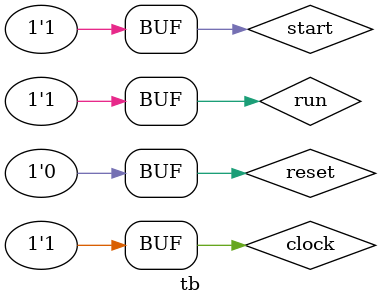
<source format=sv>
module tb;
    reg clock,reset,start,run;
    wire fail,done;
    reg [1:0] move;

    RatMaze rm(clock,reset,start,run,fail,done,move);
    initial begin
        run = 1;
        reset = 0;
        start = 1;
        #7930 reset = 1;
        #5 reset = 0;
    end
 
    always begin
        #10 clock = 0;
	    #10 clock = 1;
        

    end

endmodule
</source>
